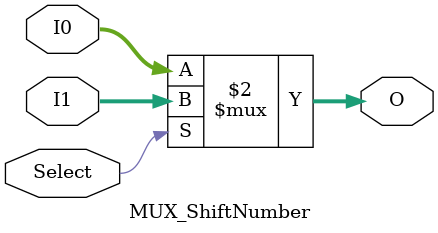
<source format=v>
module MUX_ShiftNumber (
    output wire [4:0] O,
    input  wire [4:0] I0,
    input  wire [4:0] I1,
    input  wire       Select
);

assign O = (Select == 1'b0) ? I0: // Instrução [10-6]
                              I1; // B [4-0]
    
endmodule
</source>
